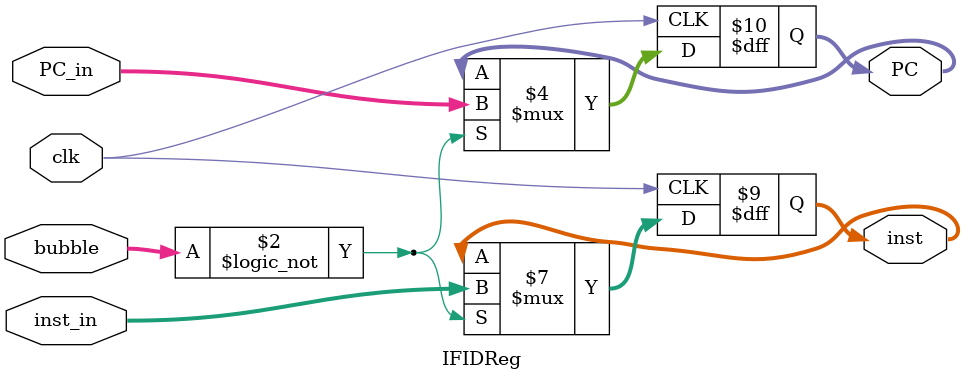
<source format=v>
module IFIDReg(
	input clk,
	input[1:0] bubble,
	input[31:0] PC_in,
	input[31:0] inst_in,
	
	output reg[31:0] inst,
	output reg[31:0] PC
    );
	 

	 always @(posedge clk)
	 begin
		if(bubble == 2'b00)
		begin
		inst = inst_in;
		PC = PC_in;
		end
	 end
endmodule

</source>
